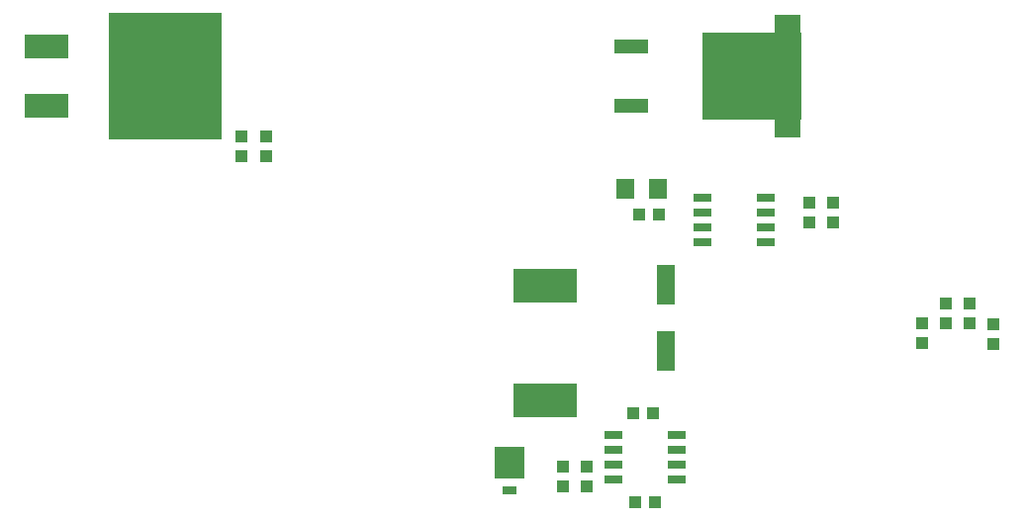
<source format=gbr>
G04 EAGLE Gerber RS-274X export*
G75*
%MOMM*%
%FSLAX34Y34*%
%LPD*%
%INSolderpaste Bottom*%
%IPPOS*%
%AMOC8*
5,1,8,0,0,1.08239X$1,22.5*%
G01*
%ADD10R,1.100000X1.000000*%
%ADD11R,1.000000X1.100000*%
%ADD12R,2.540000X2.670000*%
%ADD13R,1.270000X0.762000*%
%ADD14R,1.500000X0.650000*%
%ADD15R,5.400000X3.000000*%
%ADD16R,3.000000X1.300000*%
%ADD17R,8.450000X7.500000*%
%ADD18R,2.250000X1.550000*%
%ADD19R,1.600000X1.803000*%
%ADD20R,3.810000X2.032000*%
%ADD21R,9.652000X10.922000*%
%ADD22R,1.600000X3.500000*%


D10*
X703190Y154940D03*
X686190Y154940D03*
X704460Y78740D03*
X687460Y78740D03*
X708270Y325120D03*
X691270Y325120D03*
D11*
X836930Y334890D03*
X836930Y317890D03*
X857250Y334890D03*
X857250Y317890D03*
X974090Y231530D03*
X974090Y248530D03*
D12*
X580390Y112395D03*
D13*
X580390Y88885D03*
D14*
X722960Y135890D03*
X722960Y123190D03*
X722960Y110490D03*
X722960Y97790D03*
X668960Y97790D03*
X668960Y110490D03*
X668960Y123190D03*
X668960Y135890D03*
X799160Y339090D03*
X799160Y326390D03*
X799160Y313690D03*
X799160Y300990D03*
X745160Y300990D03*
X745160Y313690D03*
X745160Y326390D03*
X745160Y339090D03*
D15*
X610870Y165630D03*
X610870Y263630D03*
D16*
X684150Y417830D03*
D17*
X787400Y443230D03*
D16*
X684150Y468630D03*
D18*
X818400Y398230D03*
X818400Y488230D03*
D10*
X626110Y108830D03*
X626110Y91830D03*
X646430Y108830D03*
X646430Y91830D03*
X350520Y375040D03*
X350520Y392040D03*
X372110Y392040D03*
X372110Y375040D03*
X933450Y232020D03*
X933450Y215020D03*
X994410Y230750D03*
X994410Y213750D03*
D19*
X679200Y346710D03*
X707640Y346710D03*
D10*
X953770Y231530D03*
X953770Y248530D03*
D20*
X184150Y417830D03*
X184150Y468630D03*
D21*
X285750Y443230D03*
D22*
X713740Y208220D03*
X713740Y264220D03*
M02*

</source>
